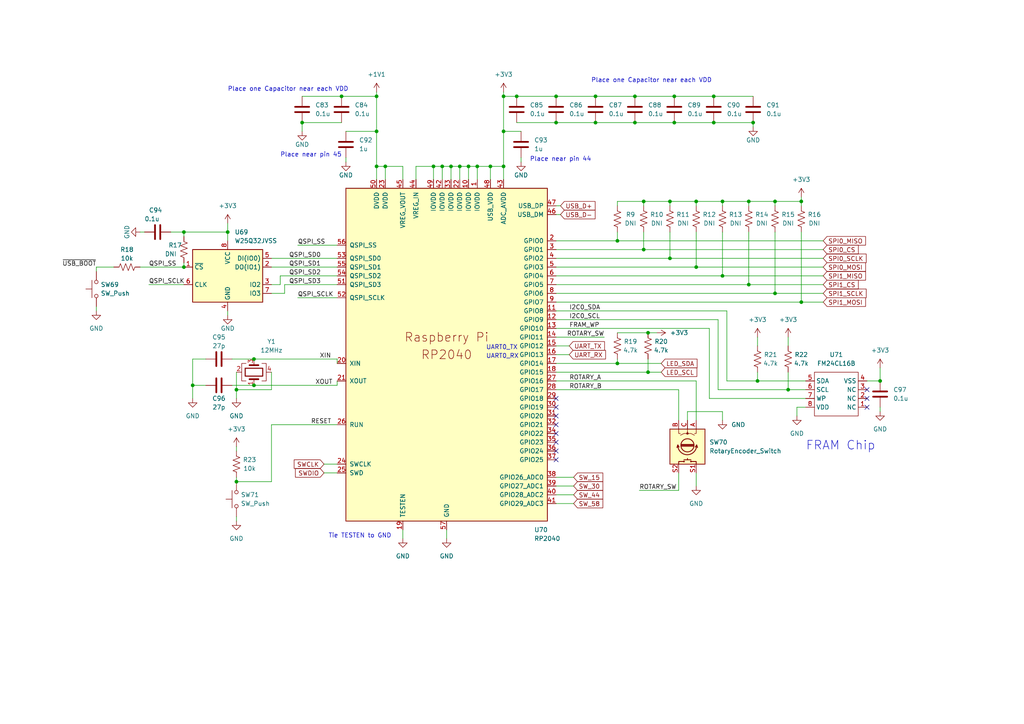
<source format=kicad_sch>
(kicad_sch (version 20211123) (generator eeschema)
  (paper "A4")
  (lib_symbols
    (symbol "Device:C" (pin_numbers hide) (pin_names (offset 0.254))
      (property "Reference" "C" (at 0.635 2.54 0))
      (property "Value" "C" (at 0.635 -2.54 0))
      (symbol "C_0_1"
        (polyline (pts (xy -2.032 -0.762) (xy 2.032 -0.762)) (stroke (width 0.508)))
        (polyline (pts (xy -2.032 0.762) (xy 2.032 0.762)) (stroke (width 0.508)))
      )
      (symbol "C_1_1"
        (pin passive line (at 0 3.81 270) (length 2.794) (name "~") (number "1"))
        (pin passive line (at 0 -3.81 90) (length 2.794) (name "~") (number "2"))
      )
    )
    (symbol "Device:Crystal_GND24" (pin_names (offset 1.016) hide)
      (property "Reference" "Y" (at 3.175 5.08 0))
      (property "Value" "Crystal_GND24" (at 3.175 3.175 0))
      (symbol "Crystal_GND24_0_1"
        (rectangle (start -1.143 2.54) (end 1.143 -2.54) (stroke (width 0.3048)))
        (polyline (pts (xy -2.54 0) (xy -2.032 0)))
        (polyline (pts (xy -2.032 -1.27) (xy -2.032 1.27)) (stroke (width 0.508)))
        (polyline (pts (xy 0 -3.81) (xy 0 -3.556)))
        (polyline (pts (xy 0 3.556) (xy 0 3.81)))
        (polyline (pts (xy 2.032 -1.27) (xy 2.032 1.27)) (stroke (width 0.508)))
        (polyline (pts (xy 2.032 0) (xy 2.54 0)))
        (polyline (pts (xy -2.54 -2.286) (xy -2.54 -3.556) (xy 2.54 -3.556) (xy 2.54 -2.286)))
        (polyline (pts (xy -2.54 2.286) (xy -2.54 3.556) (xy 2.54 3.556) (xy 2.54 2.286)))
      )
      (symbol "Crystal_GND24_1_1"
        (pin passive line (at -3.81 0 0) (length 1.27) (name "1") (number "1"))
        (pin passive line (at 0 5.08 270) (length 1.27) (name "2") (number "2"))
        (pin passive line (at 3.81 0 180) (length 1.27) (name "3") (number "3"))
        (pin passive line (at 0 -5.08 90) (length 1.27) (name "4") (number "4"))
      )
    )
    (symbol "Device:R_US" (pin_numbers hide) (pin_names (offset 0))
      (property "Reference" "R" (at 2.54 0 90))
      (property "Value" "R_US" (at -2.54 0 90))
      (symbol "R_US_0_1"
        (polyline (pts (xy 0 -2.286) (xy 0 -2.54)))
        (polyline (pts (xy 0 2.286) (xy 0 2.54)))
        (polyline (pts (xy 0 -0.762) (xy 1.016 -1.143) (xy 0 -1.524) (xy -1.016 -1.905) (xy 0 -2.286)))
        (polyline (pts (xy 0 0.762) (xy 1.016 0.381) (xy 0 0) (xy -1.016 -0.381) (xy 0 -0.762)))
        (polyline (pts (xy 0 2.286) (xy 1.016 1.905) (xy 0 1.524) (xy -1.016 1.143) (xy 0 0.762)))
      )
      (symbol "R_US_1_1"
        (pin passive line (at 0 3.81 270) (length 1.27) (name "~") (number "1"))
        (pin passive line (at 0 -3.81 90) (length 1.27) (name "~") (number "2"))
      )
    )
    (symbol "Device:RotaryEncoder_Switch" (pin_names (offset 0.254) hide)
      (property "Reference" "SW" (at 0 6.604 0))
      (property "Value" "RotaryEncoder_Switch" (at 0 -6.604 0))
      (symbol "RotaryEncoder_Switch_0_1"
        (rectangle (start -5.08 5.08) (end 5.08 -5.08) (stroke (width 0.254)) (fill (type background)))
        (circle (center -3.81 0) (radius 0.254) (fill (type outline)))
        (arc (start -0.381 -2.794) (mid 2.3622 -0.0635) (end -0.381 2.667) (stroke (width 0.254)))
        (circle (center -0.381 0) (radius 1.905) (stroke (width 0.254)))
        (polyline (pts (xy -0.635 -1.778) (xy -0.635 1.778)) (stroke (width 0.254)))
        (polyline (pts (xy -0.381 -1.778) (xy -0.381 1.778)) (stroke (width 0.254)))
        (polyline (pts (xy -0.127 1.778) (xy -0.127 -1.778)) (stroke (width 0.254)))
        (polyline (pts (xy 3.81 0) (xy 3.429 0)) (stroke (width 0.254)))
        (polyline (pts (xy 3.81 1.016) (xy 3.81 -1.016)) (stroke (width 0.254)))
        (polyline (pts (xy -5.08 -2.54) (xy -3.81 -2.54) (xy -3.81 -2.032)))
        (polyline (pts (xy -5.08 2.54) (xy -3.81 2.54) (xy -3.81 2.032)))
        (polyline (pts (xy 0.254 -3.048) (xy -0.508 -2.794) (xy 0.127 -2.413)) (stroke (width 0.254)))
        (polyline (pts (xy 0.254 2.921) (xy -0.508 2.667) (xy 0.127 2.286)) (stroke (width 0.254)))
        (polyline (pts (xy 5.08 -2.54) (xy 4.318 -2.54) (xy 4.318 -1.016)) (stroke (width 0.254)))
        (polyline (pts (xy 5.08 2.54) (xy 4.318 2.54) (xy 4.318 1.016)) (stroke (width 0.254)))
        (polyline (pts (xy -5.08 0) (xy -3.81 0) (xy -3.81 -1.016) (xy -3.302 -2.032)))
        (polyline (pts (xy -4.318 0) (xy -3.81 0) (xy -3.81 1.016) (xy -3.302 2.032)))
        (circle (center 4.318 -1.016) (radius 0.127) (stroke (width 0.254)))
        (circle (center 4.318 1.016) (radius 0.127) (stroke (width 0.254)))
      )
      (symbol "RotaryEncoder_Switch_1_1"
        (pin passive line (at -7.62 2.54 0) (length 2.54) (name "A") (number "A"))
        (pin passive line (at -7.62 -2.54 0) (length 2.54) (name "B") (number "B"))
        (pin passive line (at -7.62 0 0) (length 2.54) (name "C") (number "C"))
        (pin passive line (at 7.62 2.54 180) (length 2.54) (name "S1") (number "S1"))
        (pin passive line (at 7.62 -2.54 180) (length 2.54) (name "S2") (number "S2"))
      )
    )
    (symbol "MCU_RaspberryPi_RP2040:RP2040" (pin_names (offset 1.016))
      (property "Reference" "U" (at -29.21 49.53 0))
      (property "Value" "RP2040" (at 24.13 -49.53 0))
      (symbol "RP2040_0_0"
        (text "Raspberry Pi" (at 0 5.08 0) (effects (font (size 2.54 2.54))))
        (text "RP2040" (at 0 0 0) (effects (font (size 2.54 2.54))))
      )
      (symbol "RP2040_0_1"
        (rectangle (start 29.21 48.26) (end -29.21 -48.26) (stroke (width 0.254)) (fill (type background)))
      )
      (symbol "RP2040_1_1"
        (pin power_in line (at 8.89 50.8 270) (length 2.54) (name "IOVDD") (number "1"))
        (pin power_in line (at 6.35 50.8 270) (length 2.54) (name "IOVDD") (number "10"))
        (pin bidirectional line (at 31.75 12.7 180) (length 2.54) (name "GPIO8") (number "11"))
        (pin bidirectional line (at 31.75 10.16 180) (length 2.54) (name "GPIO9") (number "12"))
        (pin bidirectional line (at 31.75 7.62 180) (length 2.54) (name "GPIO10") (number "13"))
        (pin bidirectional line (at 31.75 5.08 180) (length 2.54) (name "GPIO11") (number "14"))
        (pin bidirectional line (at 31.75 2.54 180) (length 2.54) (name "GPIO12") (number "15"))
        (pin bidirectional line (at 31.75 0 180) (length 2.54) (name "GPIO13") (number "16"))
        (pin bidirectional line (at 31.75 -2.54 180) (length 2.54) (name "GPIO14") (number "17"))
        (pin bidirectional line (at 31.75 -5.08 180) (length 2.54) (name "GPIO15") (number "18"))
        (pin passive line (at -12.7 -50.8 90) (length 2.54) (name "TESTEN") (number "19"))
        (pin bidirectional line (at 31.75 33.02 180) (length 2.54) (name "GPIO0") (number "2"))
        (pin input line (at -31.75 -2.54 0) (length 2.54) (name "XIN") (number "20"))
        (pin passive line (at -31.75 -7.62 0) (length 2.54) (name "XOUT") (number "21"))
        (pin power_in line (at 3.81 50.8 270) (length 2.54) (name "IOVDD") (number "22"))
        (pin power_in line (at -17.78 50.8 270) (length 2.54) (name "DVDD") (number "23"))
        (pin output line (at -31.75 -31.75 0) (length 2.54) (name "SWCLK") (number "24"))
        (pin bidirectional line (at -31.75 -34.29 0) (length 2.54) (name "SWD") (number "25"))
        (pin input line (at -31.75 -20.32 0) (length 2.54) (name "RUN") (number "26"))
        (pin bidirectional line (at 31.75 -7.62 180) (length 2.54) (name "GPIO16") (number "27"))
        (pin bidirectional line (at 31.75 -10.16 180) (length 2.54) (name "GPIO17") (number "28"))
        (pin bidirectional line (at 31.75 -12.7 180) (length 2.54) (name "GPIO18") (number "29"))
        (pin bidirectional line (at 31.75 30.48 180) (length 2.54) (name "GPIO1") (number "3"))
        (pin bidirectional line (at 31.75 -15.24 180) (length 2.54) (name "GPIO19") (number "30"))
        (pin bidirectional line (at 31.75 -17.78 180) (length 2.54) (name "GPIO20") (number "31"))
        (pin bidirectional line (at 31.75 -20.32 180) (length 2.54) (name "GPIO21") (number "32"))
        (pin power_in line (at 1.27 50.8 270) (length 2.54) (name "IOVDD") (number "33"))
        (pin bidirectional line (at 31.75 -22.86 180) (length 2.54) (name "GPIO22") (number "34"))
        (pin bidirectional line (at 31.75 -25.4 180) (length 2.54) (name "GPIO23") (number "35"))
        (pin bidirectional line (at 31.75 -27.94 180) (length 2.54) (name "GPIO24") (number "36"))
        (pin bidirectional line (at 31.75 -30.48 180) (length 2.54) (name "GPIO25") (number "37"))
        (pin bidirectional line (at 31.75 -35.56 180) (length 2.54) (name "GPIO26_ADC0") (number "38"))
        (pin bidirectional line (at 31.75 -38.1 180) (length 2.54) (name "GPIO27_ADC1") (number "39"))
        (pin bidirectional line (at 31.75 27.94 180) (length 2.54) (name "GPIO2") (number "4"))
        (pin bidirectional line (at 31.75 -40.64 180) (length 2.54) (name "GPIO28_ADC2") (number "40"))
        (pin bidirectional line (at 31.75 -43.18 180) (length 2.54) (name "GPIO29_ADC3") (number "41"))
        (pin power_in line (at -1.27 50.8 270) (length 2.54) (name "IOVDD") (number "42"))
        (pin power_in line (at 16.51 50.8 270) (length 2.54) (name "ADC_AVDD") (number "43"))
        (pin power_in line (at -8.89 50.8 270) (length 2.54) (name "VREG_IN") (number "44"))
        (pin power_out line (at -12.7 50.8 270) (length 2.54) (name "VREG_VOUT") (number "45"))
        (pin bidirectional line (at 31.75 40.64 180) (length 2.54) (name "USB_DM") (number "46"))
        (pin bidirectional line (at 31.75 43.18 180) (length 2.54) (name "USB_DP") (number "47"))
        (pin power_in line (at 12.7 50.8 270) (length 2.54) (name "USB_VDD") (number "48"))
        (pin power_in line (at -3.81 50.8 270) (length 2.54) (name "IOVDD") (number "49"))
        (pin bidirectional line (at 31.75 25.4 180) (length 2.54) (name "GPIO3") (number "5"))
        (pin power_in line (at -20.32 50.8 270) (length 2.54) (name "DVDD") (number "50"))
        (pin bidirectional line (at -31.75 20.32 0) (length 2.54) (name "QSPI_SD3") (number "51"))
        (pin output line (at -31.75 16.51 0) (length 2.54) (name "QSPI_SCLK") (number "52"))
        (pin bidirectional line (at -31.75 27.94 0) (length 2.54) (name "QSPI_SD0") (number "53"))
        (pin bidirectional line (at -31.75 22.86 0) (length 2.54) (name "QSPI_SD2") (number "54"))
        (pin bidirectional line (at -31.75 25.4 0) (length 2.54) (name "QSPI_SD1") (number "55"))
        (pin bidirectional line (at -31.75 31.75 0) (length 2.54) (name "QSPI_SS") (number "56"))
        (pin power_in line (at 0 -50.8 90) (length 2.54) (name "GND") (number "57"))
        (pin bidirectional line (at 31.75 22.86 180) (length 2.54) (name "GPIO4") (number "6"))
        (pin bidirectional line (at 31.75 20.32 180) (length 2.54) (name "GPIO5") (number "7"))
        (pin bidirectional line (at 31.75 17.78 180) (length 2.54) (name "GPIO6") (number "8"))
        (pin bidirectional line (at 31.75 15.24 180) (length 2.54) (name "GPIO7") (number "9"))
      )
    )
    (symbol "Memory_Flash:W25Q32JVSS"
      (property "Reference" "U" (at -8.89 8.89 0))
      (property "Value" "W25Q32JVSS" (at 7.62 8.89 0))
      (symbol "W25Q32JVSS_0_1"
        (rectangle (start -10.16 7.62) (end 10.16 -7.62) (stroke (width 0.254)) (fill (type background)))
      )
      (symbol "W25Q32JVSS_1_1"
        (pin input line (at -12.7 2.54 0) (length 2.54) (name "~{CS}") (number "1"))
        (pin bidirectional line (at 12.7 2.54 180) (length 2.54) (name "DO(IO1)") (number "2"))
        (pin bidirectional line (at 12.7 -2.54 180) (length 2.54) (name "IO2") (number "3"))
        (pin power_in line (at 0 -10.16 90) (length 2.54) (name "GND") (number "4"))
        (pin bidirectional line (at 12.7 5.08 180) (length 2.54) (name "DI(IO0)") (number "5"))
        (pin input line (at -12.7 -2.54 0) (length 2.54) (name "CLK") (number "6"))
        (pin bidirectional line (at 12.7 -5.08 180) (length 2.54) (name "IO3") (number "7"))
        (pin power_in line (at 0 10.16 270) (length 2.54) (name "VCC") (number "8"))
      )
    )
    (symbol "Switch:SW_Push" (pin_numbers hide) (pin_names (offset 1.016) hide)
      (property "Reference" "SW" (at 1.27 2.54 0))
      (property "Value" "SW_Push" (at 0 -1.524 0))
      (symbol "SW_Push_0_1"
        (circle (center -2.032 0) (radius 0.508))
        (polyline (pts (xy 0 1.27) (xy 0 3.048)))
        (polyline (pts (xy 2.54 1.27) (xy -2.54 1.27)))
        (circle (center 2.032 0) (radius 0.508))
        (pin passive line (at -5.08 0 0) (length 2.54) (name "1") (number "1"))
        (pin passive line (at 5.08 0 180) (length 2.54) (name "2") (number "2"))
      )
    )
    (symbol "custom_library:FM24CL16B"
      (property "Reference" "U" (at 0 5.08 0))
      (property "Value" "FM24CL16B" (at 0 7.62 0))
      (symbol "FM24CL16B_0_1"
        (rectangle (start -6.35 2.54) (end 6.35 -10.16))
      )
      (symbol "FM24CL16B_1_1"
        (pin input line (at -8.89 0 0) (length 2.54) (name "NC") (number "1"))
        (pin input line (at -8.89 -2.54 0) (length 2.54) (name "NC") (number "2"))
        (pin input line (at -8.89 -5.08 0) (length 2.54) (name "NC") (number "3"))
        (pin power_in line (at -8.89 -7.62 0) (length 2.54) (name "VSS") (number "4"))
        (pin bidirectional line (at 8.89 -7.62 180) (length 2.54) (name "SDA") (number "5"))
        (pin input line (at 8.89 -5.08 180) (length 2.54) (name "SCL") (number "6"))
        (pin input line (at 8.89 -2.54 180) (length 2.54) (name "WP") (number "7"))
        (pin power_in line (at 8.89 0 180) (length 2.54) (name "VDD") (number "8"))
      )
    )
    (symbol "power:+1V1" (power) (pin_names (offset 0))
      (property "Value" "+1V1" (at 0 3.556 0))
      (symbol "+1V1_0_1"
        (polyline (pts (xy -0.762 1.27) (xy 0 2.54)))
        (polyline (pts (xy 0 0) (xy 0 2.54)))
        (polyline (pts (xy 0 2.54) (xy 0.762 1.27)))
      )
      (symbol "+1V1_1_1"
        (pin power_in line (at 0 0 90) (length 0) hide (name "+1V1") (number "1"))
      )
    )
    (symbol "power:+3.3V" (power) (pin_names (offset 0))
      (property "Value" "+3.3V" (at 0 3.556 0))
      (symbol "+3.3V_0_1"
        (polyline (pts (xy -0.762 1.27) (xy 0 2.54)))
        (polyline (pts (xy 0 0) (xy 0 2.54)))
        (polyline (pts (xy 0 2.54) (xy 0.762 1.27)))
      )
      (symbol "+3.3V_1_1"
        (pin power_in line (at 0 0 90) (length 0) hide (name "+3V3") (number "1"))
      )
    )
    (symbol "power:GND" (power) (pin_names (offset 0))
      (property "Value" "GND" (at 0 -3.81 0))
      (symbol "GND_0_1"
        (polyline (pts (xy 0 0) (xy 0 -1.27) (xy 1.27 -1.27) (xy 0 -2.54) (xy -1.27 -1.27) (xy 0 -1.27)))
      )
      (symbol "GND_1_1"
        (pin power_in line (at 0 0 270) (length 0) hide (name "GND") (number "1"))
      )
    )
  )
  (junction (at 187.96 96.52))
  (junction (at 138.43 48.26))
  (junction (at 73.66 111.76))
  (junction (at 201.93 58.42))
  (junction (at 195.58 35.56))
  (junction (at 161.29 27.94))
  (junction (at 187.96 107.95))
  (junction (at 99.06 27.94))
  (junction (at 109.22 38.1))
  (junction (at 224.79 85.09))
  (junction (at 232.41 87.63))
  (junction (at 109.22 27.94))
  (junction (at 224.79 58.42))
  (junction (at 255.27 110.49))
  (junction (at 228.6 113.03))
  (junction (at 73.66 104.14))
  (junction (at 186.69 58.42))
  (junction (at 133.35 48.26))
  (junction (at 66.04 67.31))
  (junction (at 55.88 111.76))
  (junction (at 194.31 58.42))
  (junction (at 128.27 48.26))
  (junction (at 53.34 67.31))
  (junction (at 232.41 58.42))
  (junction (at 111.76 48.26))
  (junction (at 161.29 35.56))
  (junction (at 130.81 48.26))
  (junction (at 179.07 105.41))
  (junction (at 172.72 35.56))
  (junction (at 201.93 77.47))
  (junction (at 186.69 72.39))
  (junction (at 184.15 27.94))
  (junction (at 146.05 27.94))
  (junction (at 209.55 80.01))
  (junction (at 184.15 35.56))
  (junction (at 207.01 35.56))
  (junction (at 68.58 139.7))
  (junction (at 146.05 38.1))
  (junction (at 87.63 35.56))
  (junction (at 219.71 110.49))
  (junction (at 218.44 35.56))
  (junction (at 146.05 48.26))
  (junction (at 68.58 113.03))
  (junction (at 172.72 27.94))
  (junction (at 179.07 69.85))
  (junction (at 109.22 48.26))
  (junction (at 209.55 58.42))
  (junction (at 125.73 48.26))
  (junction (at 53.34 77.47))
  (junction (at 142.24 48.26))
  (junction (at 217.17 82.55))
  (junction (at 217.17 58.42))
  (junction (at 149.86 27.94))
  (junction (at 207.01 27.94))
  (junction (at 135.89 48.26))
  (junction (at 195.58 27.94))
  (junction (at 194.31 74.93))
  (no_connect (at 161.29 130.81))
  (no_connect (at 161.29 133.35))
  (no_connect (at 161.29 118.11))
  (no_connect (at 161.29 120.65))
  (no_connect (at 161.29 123.19))
  (no_connect (at 161.29 125.73))
  (no_connect (at 161.29 128.27))
  (no_connect (at 161.29 115.57))
  (no_connect (at 251.46 113.03))
  (no_connect (at 251.46 118.11))
  (no_connect (at 251.46 115.57))
  (wire (pts (xy 224.79 85.09) (xy 238.76 85.09)))
  (wire (pts (xy 232.41 57.15) (xy 232.41 58.42)))
  (wire (pts (xy 66.04 90.17) (xy 66.04 91.44)))
  (wire (pts (xy 120.65 52.07) (xy 120.65 48.26)))
  (wire (pts (xy 129.54 153.67) (xy 129.54 156.21)))
  (wire (pts (xy 199.39 121.92) (xy 199.39 119.38)))
  (wire (pts (xy 209.55 58.42) (xy 217.17 58.42)))
  (wire (pts (xy 185.42 142.24) (xy 196.85 142.24)))
  (wire (pts (xy 161.29 97.79) (xy 175.26 97.79)))
  (wire (pts (xy 68.58 149.86) (xy 68.58 151.13)))
  (wire (pts (xy 66.04 64.77) (xy 66.04 67.31)))
  (wire (pts (xy 78.74 85.09) (xy 82.55 85.09)))
  (wire (pts (xy 161.29 69.85) (xy 179.07 69.85)))
  (wire (pts (xy 186.69 67.31) (xy 186.69 72.39)))
  (wire (pts (xy 224.79 67.31) (xy 224.79 85.09)))
  (wire (pts (xy 232.41 58.42) (xy 232.41 59.69)))
  (wire (pts (xy 217.17 67.31) (xy 217.17 82.55)))
  (wire (pts (xy 86.36 71.12) (xy 97.79 71.12)))
  (wire (pts (xy 161.29 143.51) (xy 166.37 143.51)))
  (wire (pts (xy 217.17 82.55) (xy 238.76 82.55)))
  (wire (pts (xy 55.88 111.76) (xy 55.88 104.14)))
  (wire (pts (xy 82.55 85.09) (xy 82.55 82.55)))
  (wire (pts (xy 179.07 67.31) (xy 179.07 69.85)))
  (wire (pts (xy 149.86 35.56) (xy 161.29 35.56)))
  (wire (pts (xy 179.07 105.41) (xy 191.77 105.41)))
  (wire (pts (xy 161.29 27.94) (xy 172.72 27.94)))
  (wire (pts (xy 232.41 87.63) (xy 238.76 87.63)))
  (wire (pts (xy 255.27 119.38) (xy 255.27 118.11)))
  (wire (pts (xy 179.07 104.14) (xy 179.07 105.41)))
  (wire (pts (xy 161.29 107.95) (xy 187.96 107.95)))
  (wire (pts (xy 179.07 58.42) (xy 186.69 58.42)))
  (wire (pts (xy 219.71 110.49) (xy 233.68 110.49)))
  (wire (pts (xy 194.31 58.42) (xy 194.31 59.69)))
  (wire (pts (xy 93.98 137.16) (xy 97.79 137.16)))
  (wire (pts (xy 78.74 82.55) (xy 81.28 82.55)))
  (wire (pts (xy 194.31 67.31) (xy 194.31 74.93)))
  (wire (pts (xy 40.64 67.31) (xy 41.91 67.31)))
  (wire (pts (xy 224.79 58.42) (xy 224.79 59.69)))
  (wire (pts (xy 120.65 48.26) (xy 125.73 48.26)))
  (wire (pts (xy 228.6 97.79) (xy 228.6 100.33)))
  (wire (pts (xy 251.46 110.49) (xy 255.27 110.49)))
  (wire (pts (xy 184.15 27.94) (xy 195.58 27.94)))
  (wire (pts (xy 128.27 48.26) (xy 128.27 52.07)))
  (wire (pts (xy 186.69 58.42) (xy 186.69 59.69)))
  (wire (pts (xy 201.93 67.31) (xy 201.93 77.47)))
  (wire (pts (xy 86.36 86.36) (xy 97.79 86.36)))
  (wire (pts (xy 218.44 36.83) (xy 218.44 35.56)))
  (wire (pts (xy 194.31 74.93) (xy 238.76 74.93)))
  (wire (pts (xy 233.68 118.11) (xy 231.14 118.11)))
  (wire (pts (xy 161.29 113.03) (xy 196.85 113.03)))
  (wire (pts (xy 68.58 107.95) (xy 68.58 113.03)))
  (wire (pts (xy 67.31 104.14) (xy 73.66 104.14)))
  (wire (pts (xy 82.55 82.55) (xy 97.79 82.55)))
  (wire (pts (xy 142.24 48.26) (xy 142.24 52.07)))
  (wire (pts (xy 161.29 95.25) (xy 205.74 95.25)))
  (wire (pts (xy 78.74 107.95) (xy 78.74 113.03)))
  (wire (pts (xy 228.6 113.03) (xy 233.68 113.03)))
  (wire (pts (xy 231.14 118.11) (xy 231.14 120.65)))
  (wire (pts (xy 146.05 26.67) (xy 146.05 27.94)))
  (wire (pts (xy 78.74 77.47) (xy 97.79 77.47)))
  (wire (pts (xy 232.41 67.31) (xy 232.41 87.63)))
  (wire (pts (xy 205.74 95.25) (xy 205.74 115.57)))
  (wire (pts (xy 66.04 67.31) (xy 66.04 69.85)))
  (wire (pts (xy 161.29 72.39) (xy 186.69 72.39)))
  (wire (pts (xy 201.93 121.92) (xy 201.93 110.49)))
  (wire (pts (xy 161.29 85.09) (xy 224.79 85.09)))
  (wire (pts (xy 161.29 59.69) (xy 162.56 59.69)))
  (wire (pts (xy 161.29 62.23) (xy 162.56 62.23)))
  (wire (pts (xy 116.84 153.67) (xy 116.84 156.21)))
  (wire (pts (xy 161.29 80.01) (xy 209.55 80.01)))
  (wire (pts (xy 217.17 58.42) (xy 217.17 59.69)))
  (wire (pts (xy 209.55 58.42) (xy 209.55 59.69)))
  (wire (pts (xy 55.88 115.57) (xy 55.88 111.76)))
  (wire (pts (xy 78.74 113.03) (xy 68.58 113.03)))
  (wire (pts (xy 186.69 72.39) (xy 238.76 72.39)))
  (wire (pts (xy 199.39 119.38) (xy 209.55 119.38)))
  (wire (pts (xy 55.88 111.76) (xy 59.69 111.76)))
  (wire (pts (xy 78.74 123.19) (xy 78.74 139.7)))
  (wire (pts (xy 53.34 76.2) (xy 53.34 77.47)))
  (wire (pts (xy 179.07 58.42) (xy 179.07 59.69)))
  (wire (pts (xy 97.79 111.76) (xy 97.79 110.49)))
  (wire (pts (xy 128.27 48.26) (xy 130.81 48.26)))
  (wire (pts (xy 81.28 80.01) (xy 97.79 80.01)))
  (wire (pts (xy 99.06 27.94) (xy 109.22 27.94)))
  (wire (pts (xy 146.05 27.94) (xy 146.05 38.1)))
  (wire (pts (xy 187.96 107.95) (xy 191.77 107.95)))
  (wire (pts (xy 184.15 35.56) (xy 195.58 35.56)))
  (wire (pts (xy 186.69 58.42) (xy 194.31 58.42)))
  (wire (pts (xy 125.73 48.26) (xy 128.27 48.26)))
  (wire (pts (xy 146.05 48.26) (xy 146.05 52.07)))
  (wire (pts (xy 73.66 104.14) (xy 97.79 104.14)))
  (wire (pts (xy 207.01 27.94) (xy 218.44 27.94)))
  (wire (pts (xy 87.63 27.94) (xy 99.06 27.94)))
  (wire (pts (xy 138.43 48.26) (xy 138.43 52.07)))
  (wire (pts (xy 217.17 58.42) (xy 224.79 58.42)))
  (wire (pts (xy 187.96 104.14) (xy 187.96 107.95)))
  (wire (pts (xy 161.29 90.17) (xy 210.82 90.17)))
  (wire (pts (xy 208.28 113.03) (xy 228.6 113.03)))
  (wire (pts (xy 146.05 38.1) (xy 146.05 48.26)))
  (wire (pts (xy 219.71 107.95) (xy 219.71 110.49)))
  (wire (pts (xy 228.6 107.95) (xy 228.6 113.03)))
  (wire (pts (xy 205.74 115.57) (xy 233.68 115.57)))
  (wire (pts (xy 109.22 38.1) (xy 109.22 48.26)))
  (wire (pts (xy 161.29 110.49) (xy 201.93 110.49)))
  (wire (pts (xy 207.01 35.56) (xy 218.44 35.56)))
  (wire (pts (xy 73.66 111.76) (xy 97.79 111.76)))
  (wire (pts (xy 100.33 46.99) (xy 100.33 45.72)))
  (wire (pts (xy 190.5 96.52) (xy 187.96 96.52)))
  (wire (pts (xy 196.85 142.24) (xy 196.85 137.16)))
  (wire (pts (xy 161.29 100.33) (xy 165.1 100.33)))
  (wire (pts (xy 78.74 74.93) (xy 97.79 74.93)))
  (wire (pts (xy 53.34 67.31) (xy 53.34 68.58)))
  (wire (pts (xy 138.43 48.26) (xy 142.24 48.26)))
  (wire (pts (xy 161.29 140.97) (xy 166.37 140.97)))
  (wire (pts (xy 109.22 26.67) (xy 109.22 27.94)))
  (wire (pts (xy 196.85 121.92) (xy 196.85 113.03)))
  (wire (pts (xy 87.63 35.56) (xy 99.06 35.56)))
  (wire (pts (xy 161.29 102.87) (xy 165.1 102.87)))
  (wire (pts (xy 209.55 80.01) (xy 238.76 80.01)))
  (wire (pts (xy 27.94 88.9) (xy 27.94 90.17)))
  (wire (pts (xy 81.28 82.55) (xy 81.28 80.01)))
  (wire (pts (xy 146.05 38.1) (xy 151.13 38.1)))
  (wire (pts (xy 67.31 111.76) (xy 73.66 111.76)))
  (wire (pts (xy 49.53 67.31) (xy 53.34 67.31)))
  (wire (pts (xy 201.93 77.47) (xy 238.76 77.47)))
  (wire (pts (xy 195.58 35.56) (xy 207.01 35.56)))
  (wire (pts (xy 78.74 139.7) (xy 68.58 139.7)))
  (wire (pts (xy 161.29 74.93) (xy 194.31 74.93)))
  (wire (pts (xy 149.86 27.94) (xy 161.29 27.94)))
  (wire (pts (xy 130.81 48.26) (xy 130.81 52.07)))
  (wire (pts (xy 219.71 97.79) (xy 219.71 100.33)))
  (wire (pts (xy 68.58 138.43) (xy 68.58 139.7)))
  (wire (pts (xy 130.81 48.26) (xy 133.35 48.26)))
  (wire (pts (xy 87.63 35.56) (xy 87.63 38.1)))
  (wire (pts (xy 151.13 46.99) (xy 151.13 45.72)))
  (wire (pts (xy 161.29 138.43) (xy 166.37 138.43)))
  (wire (pts (xy 179.07 96.52) (xy 187.96 96.52)))
  (wire (pts (xy 68.58 129.54) (xy 68.58 130.81)))
  (wire (pts (xy 40.64 77.47) (xy 53.34 77.47)))
  (wire (pts (xy 161.29 92.71) (xy 208.28 92.71)))
  (wire (pts (xy 100.33 38.1) (xy 109.22 38.1)))
  (wire (pts (xy 53.34 67.31) (xy 66.04 67.31)))
  (wire (pts (xy 111.76 48.26) (xy 116.84 48.26)))
  (wire (pts (xy 209.55 119.38) (xy 209.55 121.92)))
  (wire (pts (xy 109.22 52.07) (xy 109.22 48.26)))
  (wire (pts (xy 109.22 48.26) (xy 111.76 48.26)))
  (wire (pts (xy 146.05 27.94) (xy 149.86 27.94)))
  (wire (pts (xy 209.55 67.31) (xy 209.55 80.01)))
  (wire (pts (xy 27.94 77.47) (xy 27.94 78.74)))
  (wire (pts (xy 161.29 146.05) (xy 166.37 146.05)))
  (wire (pts (xy 55.88 104.14) (xy 59.69 104.14)))
  (wire (pts (xy 133.35 48.26) (xy 135.89 48.26)))
  (wire (pts (xy 255.27 110.49) (xy 255.27 106.68)))
  (wire (pts (xy 210.82 110.49) (xy 219.71 110.49)))
  (wire (pts (xy 111.76 52.07) (xy 111.76 48.26)))
  (wire (pts (xy 161.29 82.55) (xy 217.17 82.55)))
  (wire (pts (xy 172.72 35.56) (xy 184.15 35.56)))
  (wire (pts (xy 133.35 48.26) (xy 133.35 52.07)))
  (wire (pts (xy 161.29 87.63) (xy 232.41 87.63)))
  (wire (pts (xy 135.89 48.26) (xy 135.89 52.07)))
  (wire (pts (xy 116.84 48.26) (xy 116.84 52.07)))
  (wire (pts (xy 172.72 27.94) (xy 184.15 27.94)))
  (wire (pts (xy 78.74 123.19) (xy 97.79 123.19)))
  (wire (pts (xy 195.58 27.94) (xy 207.01 27.94)))
  (wire (pts (xy 161.29 105.41) (xy 179.07 105.41)))
  (wire (pts (xy 33.02 77.47) (xy 27.94 77.47)))
  (wire (pts (xy 201.93 58.42) (xy 209.55 58.42)))
  (wire (pts (xy 179.07 69.85) (xy 238.76 69.85)))
  (wire (pts (xy 135.89 48.26) (xy 138.43 48.26)))
  (wire (pts (xy 161.29 35.56) (xy 172.72 35.56)))
  (wire (pts (xy 201.93 58.42) (xy 201.93 59.69)))
  (wire (pts (xy 93.98 134.62) (xy 97.79 134.62)))
  (wire (pts (xy 161.29 77.47) (xy 201.93 77.47)))
  (wire (pts (xy 97.79 104.14) (xy 97.79 105.41)))
  (wire (pts (xy 125.73 48.26) (xy 125.73 52.07)))
  (wire (pts (xy 224.79 58.42) (xy 232.41 58.42)))
  (wire (pts (xy 194.31 58.42) (xy 201.93 58.42)))
  (wire (pts (xy 208.28 92.71) (xy 208.28 113.03)))
  (wire (pts (xy 201.93 137.16) (xy 201.93 140.97)))
  (wire (pts (xy 68.58 113.03) (xy 68.58 115.57)))
  (wire (pts (xy 142.24 48.26) (xy 146.05 48.26)))
  (wire (pts (xy 210.82 90.17) (xy 210.82 110.49)))
  (wire (pts (xy 43.18 82.55) (xy 53.34 82.55)))
  (wire (pts (xy 109.22 27.94) (xy 109.22 38.1)))
  (text "UART0_RX" (at 140.97 104.14 0) (effects (font (size 1.27 1.27)) (justify left bottom)))
  (text "Tie TESTEN to GND" (at 95.25 156.21 0) (effects (font (size 1.27 1.27)) (justify left bottom)))
  (text "Place near pin 45" (at 81.28 45.72 0) (effects (font (size 1.27 1.27)) (justify left bottom)))
  (text "FRAM Chip" (at 233.68 130.81 0) (effects (font (size 2.54 2.54)) (justify left bottom)))
  (text "Place one Capacitor near each VDD" (at 66.04 26.67 0) (effects (font (size 1.27 1.27)) (justify left bottom)))
  (text "Place near pin 44" (at 153.67 46.99 0) (effects (font (size 1.27 1.27)) (justify left bottom)))
  (text "UART0_TX" (at 140.97 101.6 0) (effects (font (size 1.27 1.27)) (justify left bottom)))
  (text "Place one Capacitor near each VDD" (at 171.45 24.13 0) (effects (font (size 1.27 1.27)) (justify left bottom)))
  (label "QSPI_SD1" (at 83.82 77.47 0))
  (label "QSPI_SCLK" (at 86.36 86.36 0))
  (label "I2C0_SCL" (at 165.1 92.71 0))
  (label "ROTARY_B" (at 165.1 113.03 0))
  (label "FRAM_WP" (at 165.1 95.25 0))
  (label "QSPI_SCLK" (at 43.18 82.55 0))
  (label "QSPI_SS" (at 43.18 77.47 0))
  (label "XIN" (at 92.71 104.14 0))
  (label "QSPI_SD2" (at 83.82 80.01 0))
  (label "ROTARY_SW" (at 185.42 142.24 0))
  (label "ROTARY_A" (at 165.1 110.49 0))
  (label "QSPI_SD3" (at 83.82 82.55 0))
  (label "I2C0_SDA" (at 165.1 90.17 0))
  (label "~{USB_BOOT}" (at 27.94 77.47 180))
  (label "RESET" (at 90.17 123.19 0))
  (label "QSPI_SD0" (at 83.82 74.93 0))
  (label "QSPI_SS" (at 86.36 71.12 0))
  (label "XOUT" (at 91.44 111.76 0))
  (label "ROTARY_SW" (at 175.26 97.79 180))
  (global_label "SPI0_CS" (shape input) (at 238.76 72.39 0) (property "Intersheet References" "${INTERSHEET_REFS}" (effects hide)))
  (global_label "SW_15" (shape input) (at 166.37 138.43 0) (property "Intersheet References" "${INTERSHEET_REFS}" (effects hide)))
  (global_label "USB_D+" (shape input) (at 162.56 59.69 0) (property "Intersheet References" "${INTERSHEET_REFS}" (effects hide)))
  (global_label "SPI1_CS" (shape input) (at 238.76 82.55 0) (property "Intersheet References" "${INTERSHEET_REFS}" (effects hide)))
  (global_label "SPI1_MOSI" (shape input) (at 238.76 87.63 0) (property "Intersheet References" "${INTERSHEET_REFS}" (effects hide)))
  (global_label "SPI1_MISO" (shape input) (at 238.76 80.01 0) (property "Intersheet References" "${INTERSHEET_REFS}" (effects hide)))
  (global_label "SW_44" (shape input) (at 166.37 143.51 0) (property "Intersheet References" "${INTERSHEET_REFS}" (effects hide)))
  (global_label "LED_SCL" (shape input) (at 191.77 107.95 0) (property "Intersheet References" "${INTERSHEET_REFS}" (effects hide)))
  (global_label "USB_D-" (shape input) (at 162.56 62.23 0) (property "Intersheet References" "${INTERSHEET_REFS}" (effects hide)))
  (global_label "SPI0_SCLK" (shape input) (at 238.76 74.93 0) (property "Intersheet References" "${INTERSHEET_REFS}" (effects hide)))
  (global_label "LED_SDA" (shape input) (at 191.77 105.41 0) (property "Intersheet References" "${INTERSHEET_REFS}" (effects hide)))
  (global_label "SWCLK" (shape input) (at 93.98 134.62 180) (property "Intersheet References" "${INTERSHEET_REFS}" (effects hide)))
  (global_label "UART_TX" (shape input) (at 165.1 100.33 0) (property "Intersheet References" "${INTERSHEET_REFS}" (effects hide)))
  (global_label "SWDIO" (shape input) (at 93.98 137.16 180) (property "Intersheet References" "${INTERSHEET_REFS}" (effects hide)))
  (global_label "SPI0_MISO" (shape input) (at 238.76 69.85 0) (property "Intersheet References" "${INTERSHEET_REFS}" (effects hide)))
  (global_label "SW_30" (shape input) (at 166.37 140.97 0) (property "Intersheet References" "${INTERSHEET_REFS}" (effects hide)))
  (global_label "SPI1_SCLK" (shape input) (at 238.76 85.09 0) (property "Intersheet References" "${INTERSHEET_REFS}" (effects hide)))
  (global_label "UART_RX" (shape input) (at 165.1 102.87 0) (property "Intersheet References" "${INTERSHEET_REFS}" (effects hide)))
  (global_label "SPI0_MOSI" (shape input) (at 238.76 77.47 0) (property "Intersheet References" "${INTERSHEET_REFS}" (effects hide)))
  (global_label "SW_58" (shape input) (at 166.37 146.05 0) (property "Intersheet References" "${INTERSHEET_REFS}" (effects hide)))
  (symbol (lib_id "Device:R_US") (at 179.07 100.33 0) (unit 1)
    (property "Reference" "R19" (at 182.88 99.06 0))
    (property "Value" "4.7k" (at 182.88 101.6 0))
    (property "Footprint" "Resistor_SMD:R_0603_1608Metric_Pad0.98x0.95mm_HandSolder" (effects hide))
  )
  (symbol (lib_id "Device:C") (at 195.58 31.75 0) (unit 1)
    (property "Reference" "C89" (at 199.39 30.4799 0) (effects (justify left)))
    (property "Value" "0.1u" (at 199.39 33.0199 0) (effects (justify left)))
    (property "Footprint" "Capacitor_SMD:C_0603_1608Metric_Pad1.08x0.95mm_HandSolder" (effects hide))
    (property "Part Number" "C0603C104M4RAC7411" (effects hide))
  )
  (symbol (lib_id "power:+3.3V") (at 219.71 97.79 0) (unit 1)
    (property "Reference" "#PWR0250" (effects hide))
    (property "Value" "+3.3V" (at 219.71 92.71 0))
  )
  (symbol (lib_id "power:GND") (at 231.14 120.65 0) (unit 1)
    (property "Reference" "#PWR0256" (effects hide))
    (property "Value" "GND" (at 231.14 125.73 0))
  )
  (symbol (lib_id "power:GND") (at 151.13 46.99 0) (unit 1)
    (property "Reference" "#PWR0243" (effects hide))
    (property "Value" "GND" (at 151.13 50.8 0))
  )
  (symbol (lib_id "Device:R_US") (at 187.96 100.33 0) (unit 1)
    (property "Reference" "R20" (at 191.77 99.06 0))
    (property "Value" "4.7k" (at 191.77 101.6 0))
    (property "Footprint" "Resistor_SMD:R_0603_1608Metric_Pad0.98x0.95mm_HandSolder" (effects hide))
  )
  (symbol (lib_id "Switch:SW_Push") (at 27.94 83.82 90) (unit 1)
    (property "Reference" "SW69" (at 29.21 82.5499 90) (effects (justify right)))
    (property "Value" "SW_Push" (at 29.21 85.0899 90) (effects (justify right)))
    (property "Footprint" "random_parts:SKQG-1155865" (effects hide))
    (property "Part Number" "MSLPT5252AG3TR" (effects hide))
  )
  (symbol (lib_id "Device:R_US") (at 186.69 63.5 0) (unit 1)
    (property "Reference" "R10" (at 190.5 62.23 0))
    (property "Value" "DNI" (at 190.5 64.77 0))
    (property "Footprint" "Resistor_SMD:R_0603_1608Metric_Pad0.98x0.95mm_HandSolder" (effects hide))
  )
  (symbol (lib_id "Device:C") (at 207.01 31.75 0) (unit 1)
    (property "Reference" "C90" (at 210.82 30.4799 0) (effects (justify left)))
    (property "Value" "0.1u" (at 210.82 33.0199 0) (effects (justify left)))
    (property "Footprint" "Capacitor_SMD:C_0603_1608Metric_Pad1.08x0.95mm_HandSolder" (effects hide))
    (property "Part Number" "C0603C104M4RAC7411" (effects hide))
  )
  (symbol (lib_id "power:+3.3V") (at 190.5 96.52 270) (unit 1)
    (property "Reference" "#PWR0249" (effects hide))
    (property "Value" "+3.3V" (at 194.31 96.5199 90) (effects (justify left)))
  )
  (symbol (lib_id "Device:R_US") (at 224.79 63.5 0) (unit 1)
    (property "Reference" "R15" (at 228.6 62.23 0))
    (property "Value" "DNI" (at 228.6 64.77 0))
    (property "Footprint" "Resistor_SMD:R_0603_1608Metric_Pad0.98x0.95mm_HandSolder" (effects hide))
  )
  (symbol (lib_id "power:GND") (at 218.44 36.83 0) (unit 1)
    (property "Reference" "#PWR0240" (effects hide))
    (property "Value" "GND" (at 218.44 40.64 0))
  )
  (symbol (lib_id "Device:C") (at 63.5 111.76 90) (unit 1)
    (property "Reference" "C96" (at 63.5 115.57 90))
    (property "Value" "27p" (at 63.5 118.11 90))
    (property "Footprint" "Capacitor_SMD:C_0603_1608Metric_Pad1.08x0.95mm_HandSolder" (effects hide))
    (property "Part Number" "C0603C270J3GAC7867" (effects hide))
  )
  (symbol (lib_id "custom_library:FM24CL16B") (at 242.57 118.11 180) (unit 1)
    (property "Reference" "U71" (at 242.57 102.87 0))
    (property "Value" "FM24CL16B" (at 242.57 105.41 0))
    (property "Footprint" "Package_SO:SOIC-8_3.9x4.9mm_P1.27mm" (effects hide))
  )
  (symbol (lib_id "Device:C") (at 161.29 31.75 0) (unit 1)
    (property "Reference" "C86" (at 165.1 30.4799 0) (effects (justify left)))
    (property "Value" "0.1u" (at 165.1 33.0199 0) (effects (justify left)))
    (property "Footprint" "Capacitor_SMD:C_0603_1608Metric_Pad1.08x0.95mm_HandSolder" (effects hide))
    (property "Part Number" "C0603C104M4RAC7411" (effects hide))
  )
  (symbol (lib_id "power:GND") (at 209.55 121.92 0) (unit 1)
    (property "Reference" "#PWR0257" (effects hide))
    (property "Value" "GND" (at 212.09 123.1899 0) (effects (justify left)))
  )
  (symbol (lib_id "MCU_RaspberryPi_RP2040:RP2040") (at 129.54 102.87 0) (unit 1)
    (property "Reference" "U70" (at 154.94 153.67 0) (effects (justify left)))
    (property "Value" "RP2040" (at 154.94 156.21 0) (effects (justify left)))
    (property "Footprint" "RP2040_minimal:RP2040-QFN-56" (effects hide))
    (property "Part Number" "SC0914(13)" (effects hide))
  )
  (symbol (lib_id "power:+3.3V") (at 255.27 106.68 0) (unit 1)
    (property "Reference" "#PWR0252" (effects hide))
    (property "Value" "+3.3V" (at 255.27 101.6 0))
  )
  (symbol (lib_id "power:GND") (at 100.33 46.99 0) (unit 1)
    (property "Reference" "#PWR0242" (effects hide))
    (property "Value" "GND" (at 100.33 50.8 0))
  )
  (symbol (lib_id "Device:C") (at 184.15 31.75 0) (unit 1)
    (property "Reference" "C88" (at 187.96 30.4799 0) (effects (justify left)))
    (property "Value" "0.1u" (at 187.96 33.0199 0) (effects (justify left)))
    (property "Footprint" "Capacitor_SMD:C_0603_1608Metric_Pad1.08x0.95mm_HandSolder" (effects hide))
    (property "Part Number" "C0603C104M4RAC7411" (effects hide))
  )
  (symbol (lib_id "power:GND") (at 201.93 140.97 0) (unit 1)
    (property "Reference" "#PWR0259" (effects hide))
    (property "Value" "GND" (at 201.93 146.05 0))
  )
  (symbol (lib_id "power:GND") (at 55.88 115.57 0) (unit 1)
    (property "Reference" "#PWR0253" (effects hide))
    (property "Value" "GND" (at 55.88 120.65 0))
  )
  (symbol (lib_id "power:+1V1") (at 109.22 26.67 0) (unit 1)
    (property "Reference" "#PWR0238" (effects hide))
    (property "Value" "+1V1" (at 109.22 21.59 0))
  )
  (symbol (lib_id "power:GND") (at 27.94 90.17 0) (unit 1)
    (property "Reference" "#PWR0247" (effects hide))
    (property "Value" "GND" (at 27.94 95.25 0))
  )
  (symbol (lib_id "Device:R_US") (at 36.83 77.47 90) (unit 1)
    (property "Reference" "R18" (at 36.83 72.39 90))
    (property "Value" "10k" (at 36.83 74.93 90))
    (property "Footprint" "Resistor_SMD:R_0603_1608Metric_Pad0.98x0.95mm_HandSolder" (effects hide))
    (property "Part Number" "RNCP0603FTD10K0" (effects hide))
  )
  (symbol (lib_id "Device:R_US") (at 53.34 72.39 180) (unit 1)
    (property "Reference" "R17" (at 50.8 71.12 0))
    (property "Value" "DNI" (at 49.53 73.66 0))
    (property "Footprint" "Resistor_SMD:R_0603_1608Metric_Pad0.98x0.95mm_HandSolder" (effects hide))
  )
  (symbol (lib_id "power:GND") (at 87.63 38.1 0) (unit 1)
    (property "Reference" "#PWR0241" (effects hide))
    (property "Value" "GND" (at 87.63 41.91 0))
  )
  (symbol (lib_id "power:GND") (at 66.04 91.44 0) (unit 1)
    (property "Reference" "#PWR0248" (effects hide))
    (property "Value" "GND" (at 66.04 95.25 0))
  )
  (symbol (lib_id "power:GND") (at 68.58 115.57 0) (unit 1)
    (property "Reference" "#PWR0254" (effects hide))
    (property "Value" "GND" (at 68.58 120.65 0))
  )
  (symbol (lib_id "Device:R_US") (at 201.93 63.5 0) (unit 1)
    (property "Reference" "R12" (at 205.74 62.23 0))
    (property "Value" "DNI" (at 205.74 64.77 0))
    (property "Footprint" "Resistor_SMD:R_0603_1608Metric_Pad0.98x0.95mm_HandSolder" (effects hide))
  )
  (symbol (lib_id "power:+3.3V") (at 146.05 26.67 0) (unit 1)
    (property "Reference" "#PWR0239" (effects hide))
    (property "Value" "+3.3V" (at 146.05 21.59 0))
  )
  (symbol (lib_id "power:GND") (at 255.27 119.38 0) (unit 1)
    (property "Reference" "#PWR0255" (effects hide))
    (property "Value" "GND" (at 255.27 124.46 0))
  )
  (symbol (lib_id "Device:C") (at 45.72 67.31 90) (unit 1)
    (property "Reference" "C94" (at 43.18 60.96 90) (effects (justify right)))
    (property "Value" "0.1u" (at 41.91 63.5 90) (effects (justify right)))
    (property "Footprint" "Capacitor_SMD:C_0603_1608Metric_Pad1.08x0.95mm_HandSolder" (effects hide))
    (property "Part Number" "C0603C104M4RAC7411" (effects hide))
  )
  (symbol (lib_id "Device:C") (at 87.63 31.75 0) (unit 1)
    (property "Reference" "C83" (at 91.44 30.4799 0) (effects (justify left)))
    (property "Value" "0.1u" (at 91.44 33.0199 0) (effects (justify left)))
    (property "Footprint" "Capacitor_SMD:C_0603_1608Metric_Pad1.08x0.95mm_HandSolder" (effects hide))
    (property "Part Number" "C0603C104M4RAC7411" (effects hide))
  )
  (symbol (lib_id "power:+3.3V") (at 228.6 97.79 0) (unit 1)
    (property "Reference" "#PWR0251" (effects hide))
    (property "Value" "+3.3V" (at 228.6 92.71 0))
  )
  (symbol (lib_id "Device:C") (at 100.33 41.91 0) (unit 1)
    (property "Reference" "C92" (at 104.14 40.6399 0) (effects (justify left)))
    (property "Value" "1u" (at 104.14 43.1799 0) (effects (justify left)))
    (property "Footprint" "Capacitor_SMD:C_0603_1608Metric_Pad1.08x0.95mm_HandSolder" (effects hide))
    (property "Part Number" "CL10B104KA8NNNC" (effects hide))
  )
  (symbol (lib_id "power:GND") (at 68.58 151.13 0) (unit 1)
    (property "Reference" "#PWR0260" (effects hide))
    (property "Value" "GND" (at 68.58 156.21 0))
  )
  (symbol (lib_id "Device:Crystal_GND24") (at 73.66 107.95 90) (unit 1)
    (property "Reference" "Y1" (at 78.74 99.06 90))
    (property "Value" "12MHz" (at 78.74 101.6 90))
    (property "Footprint" "Crystal:Crystal_SMD_3225-4Pin_3.2x2.5mm" (effects hide))
    (property "Description" "12 MHz Crystal" (effects hide))
    (property "Part Number" "RH100-12.000-18-2030-TR" (effects hide))
  )
  (symbol (lib_id "power:+3.3V") (at 68.58 129.54 0) (unit 1)
    (property "Reference" "#PWR0258" (effects hide))
    (property "Value" "+3.3V" (at 68.58 124.46 0))
  )
  (symbol (lib_id "Device:C") (at 218.44 31.75 0) (unit 1)
    (property "Reference" "C91" (at 222.25 30.4799 0) (effects (justify left)))
    (property "Value" "0.1u" (at 222.25 33.0199 0) (effects (justify left)))
    (property "Footprint" "Capacitor_SMD:C_0603_1608Metric_Pad1.08x0.95mm_HandSolder" (effects hide))
    (property "Part Number" "C0603C104M4RAC7411" (effects hide))
  )
  (symbol (lib_id "power:+3.3V") (at 66.04 64.77 0) (unit 1)
    (property "Reference" "#PWR0245" (effects hide))
    (property "Value" "+3.3V" (at 66.04 59.69 0))
  )
  (symbol (lib_id "Device:R_US") (at 68.58 134.62 0) (unit 1)
    (property "Reference" "R23" (at 72.39 133.35 0))
    (property "Value" "10k" (at 72.39 135.89 0))
    (property "Footprint" "Resistor_SMD:R_0603_1608Metric_Pad0.98x0.95mm_HandSolder" (effects hide))
    (property "Part Number" "RNCP0603FTD10K0" (effects hide))
  )
  (symbol (lib_id "Device:R_US") (at 179.07 63.5 0) (unit 1)
    (property "Reference" "R9" (at 182.88 62.23 0))
    (property "Value" "DNI" (at 182.88 64.77 0))
    (property "Footprint" "Resistor_SMD:R_0603_1608Metric_Pad0.98x0.95mm_HandSolder" (effects hide))
  )
  (symbol (lib_id "Device:C") (at 99.06 31.75 0) (mirror y) (unit 1)
    (property "Reference" "C84" (at 102.87 30.4799 0) (effects (justify right)))
    (property "Value" "0.1u" (at 102.87 33.0199 0) (effects (justify right)))
    (property "Footprint" "Capacitor_SMD:C_0603_1608Metric_Pad1.08x0.95mm_HandSolder" (effects hide))
    (property "Part Number" "C0603C104M4RAC7411" (effects hide))
  )
  (symbol (lib_id "power:GND") (at 129.54 156.21 0) (unit 1)
    (property "Reference" "#PWR0262" (effects hide))
    (property "Value" "GND" (at 129.54 161.29 0))
  )
  (symbol (lib_id "Switch:SW_Push") (at 68.58 144.78 90) (unit 1)
    (property "Reference" "SW71" (at 69.85 143.5099 90) (effects (justify right)))
    (property "Value" "SW_Push" (at 69.85 146.0499 90) (effects (justify right)))
    (property "Footprint" "random_parts:SKQG-1155865" (effects hide))
    (property "Part Number" "MSLPT5252AG3TR" (effects hide))
  )
  (symbol (lib_id "Device:C") (at 63.5 104.14 90) (unit 1)
    (property "Reference" "C95" (at 63.5 97.79 90))
    (property "Value" "27p" (at 63.5 100.33 90))
    (property "Footprint" "Capacitor_SMD:C_0603_1608Metric_Pad1.08x0.95mm_HandSolder" (effects hide))
    (property "Part Number" "C0603C270J3GAC7867" (effects hide))
  )
  (symbol (lib_id "Device:R_US") (at 209.55 63.5 0) (unit 1)
    (property "Reference" "R13" (at 213.36 62.23 0))
    (property "Value" "DNI" (at 213.36 64.77 0))
    (property "Footprint" "Resistor_SMD:R_0603_1608Metric_Pad0.98x0.95mm_HandSolder" (effects hide))
  )
  (symbol (lib_id "power:GND") (at 116.84 156.21 0) (unit 1)
    (property "Reference" "#PWR0261" (effects hide))
    (property "Value" "GND" (at 116.84 161.29 0))
  )
  (symbol (lib_id "Device:R_US") (at 228.6 104.14 0) (unit 1)
    (property "Reference" "R22" (at 232.41 102.87 0))
    (property "Value" "4.7k" (at 232.41 105.41 0))
    (property "Footprint" "Resistor_SMD:R_0603_1608Metric_Pad0.98x0.95mm_HandSolder" (effects hide))
  )
  (symbol (lib_id "Device:R_US") (at 194.31 63.5 0) (unit 1)
    (property "Reference" "R11" (at 198.12 62.23 0))
    (property "Value" "DNI" (at 198.12 64.77 0))
    (property "Footprint" "Resistor_SMD:R_0603_1608Metric_Pad0.98x0.95mm_HandSolder" (effects hide))
  )
  (symbol (lib_id "Device:R_US") (at 232.41 63.5 0) (unit 1)
    (property "Reference" "R16" (at 236.22 62.23 0))
    (property "Value" "DNI" (at 236.22 64.77 0))
    (property "Footprint" "Resistor_SMD:R_0603_1608Metric_Pad0.98x0.95mm_HandSolder" (effects hide))
  )
  (symbol (lib_id "Device:R_US") (at 217.17 63.5 0) (unit 1)
    (property "Reference" "R14" (at 220.98 62.23 0))
    (property "Value" "DNI" (at 220.98 64.77 0))
    (property "Footprint" "Resistor_SMD:R_0603_1608Metric_Pad0.98x0.95mm_HandSolder" (effects hide))
  )
  (symbol (lib_id "power:GND") (at 40.64 67.31 270) (unit 1)
    (property "Reference" "#PWR0246" (effects hide))
    (property "Value" "GND" (at 36.83 67.31 0))
  )
  (symbol (lib_id "Device:C") (at 149.86 31.75 0) (unit 1)
    (property "Reference" "C85" (at 153.67 30.4799 0) (effects (justify left)))
    (property "Value" "0.1u" (at 153.67 33.0199 0) (effects (justify left)))
    (property "Footprint" "Capacitor_SMD:C_0603_1608Metric_Pad1.08x0.95mm_HandSolder" (effects hide))
    (property "Part Number" "C0603C104M4RAC7411" (effects hide))
  )
  (symbol (lib_id "power:+3.3V") (at 232.41 57.15 0) (unit 1)
    (property "Reference" "#PWR0244" (effects hide))
    (property "Value" "+3.3V" (at 232.41 52.07 0))
  )
  (symbol (lib_id "Device:C") (at 172.72 31.75 0) (unit 1)
    (property "Reference" "C87" (at 176.53 30.4799 0) (effects (justify left)))
    (property "Value" "0.1u" (at 176.53 33.0199 0) (effects (justify left)))
    (property "Footprint" "Capacitor_SMD:C_0603_1608Metric_Pad1.08x0.95mm_HandSolder" (effects hide))
    (property "Part Number" "C0603C104M4RAC7411" (effects hide))
  )
  (symbol (lib_id "Device:RotaryEncoder_Switch") (at 199.39 129.54 270) (unit 1)
    (property "Reference" "SW70" (at 205.74 128.2699 90) (effects (justify left)))
    (property "Value" "RotaryEncoder_Switch" (at 205.74 130.8099 90) (effects (justify left)))
  )
  (symbol (lib_id "Memory_Flash:W25Q32JVSS") (at 66.04 80.01 0) (unit 1)
    (property "Reference" "U69" (at 68.0594 67.31 0) (effects (justify left)))
    (property "Value" "W25Q32JVSS" (at 68.0594 69.85 0) (effects (justify left)))
    (property "Footprint" "Package_SO:SOIC-8_5.23x5.23mm_P1.27mm" (effects hide))
    (property "Datasheet" "http://www.winbond.com/resource-files/w25q32jv%20revg%2003272018%20plus.pdf" (effects hide))
    (property "Part Number" "W25Q32JVSS" (effects hide))
  )
  (symbol (lib_id "Device:R_US") (at 219.71 104.14 0) (unit 1)
    (property "Reference" "R21" (at 223.52 102.87 0))
    (property "Value" "4.7k" (at 223.52 105.41 0))
    (property "Footprint" "Resistor_SMD:R_0603_1608Metric_Pad0.98x0.95mm_HandSolder" (effects hide))
  )
  (symbol (lib_id "Device:C") (at 255.27 114.3 0) (unit 1)
    (property "Reference" "C97" (at 259.08 113.0299 0) (effects (justify left)))
    (property "Value" "0.1u" (at 259.08 115.5699 0) (effects (justify left)))
    (property "Footprint" "Capacitor_SMD:C_0603_1608Metric_Pad1.08x0.95mm_HandSolder" (effects hide))
    (property "Part Number" "C0603C104M4RAC7411" (effects hide))
  )
  (symbol (lib_id "Device:C") (at 151.13 41.91 0) (unit 1)
    (property "Reference" "C93" (at 154.94 40.6399 0) (effects (justify left)))
    (property "Value" "1u" (at 154.94 43.1799 0) (effects (justify left)))
    (property "Footprint" "Capacitor_SMD:C_0603_1608Metric_Pad1.08x0.95mm_HandSolder" (effects hide))
    (property "Part Number" "CL10B104KA8NNNC" (effects hide))
  )
)
</source>
